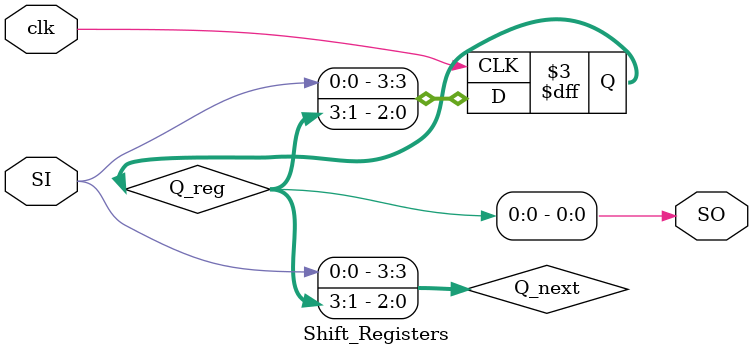
<source format=v>
`timescale 1ns / 1ps


module Shift_Registers(
    
    input clk,SI,
    output SO
    );
    
    reg [3:0] Q_next, Q_reg;
    
    always @(posedge clk)
    begin
    Q_reg <= Q_next;
    end
    
    always @(*)
     begin
            Q_next = {SI,Q_reg[3:1]}; //Shift right Register
          //  Q_next = {Q_reg[2:0],SI}; //SHIFT LEFT REGISTER 
     end
    assign SO= Q_reg[0];
 //   assign SO= Q_reg[N-1]; SHIFT LEFT REGISTER SERIAL OUT
    
    
    
endmodule

</source>
